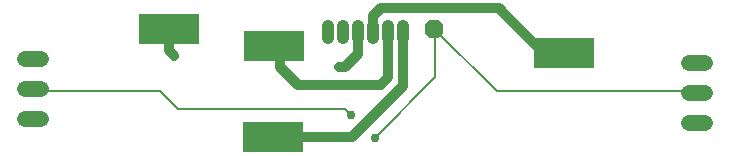
<source format=gbr>
G04 EAGLE Gerber RS-274X export*
G75*
%MOMM*%
%FSLAX34Y34*%
%LPD*%
%INTop Copper*%
%IPPOS*%
%AMOC8*
5,1,8,0,0,1.08239X$1,22.5*%
G01*
%ADD10C,1.008000*%
%ADD11P,1.732040X8X22.500000*%
%ADD12C,1.320800*%
%ADD13R,5.080000X2.540000*%
%ADD14C,0.152400*%
%ADD15C,0.756400*%
%ADD16C,0.812800*%


D10*
X349250Y134660D02*
X349250Y144740D01*
X336550Y144740D02*
X336550Y134660D01*
X323850Y134660D02*
X323850Y144740D01*
X311150Y144740D02*
X311150Y134660D01*
X298450Y134660D02*
X298450Y144740D01*
X285750Y144740D02*
X285750Y134660D01*
D11*
X375600Y142500D03*
D12*
X42304Y66000D02*
X29096Y66000D01*
X29096Y91400D02*
X42304Y91400D01*
X42304Y116800D02*
X29096Y116800D01*
X591496Y114000D02*
X604704Y114000D01*
X604704Y88600D02*
X591496Y88600D01*
X591496Y63200D02*
X604704Y63200D01*
D13*
X239500Y128300D03*
X238600Y50800D03*
X150600Y142600D03*
X485600Y121800D03*
D14*
X428244Y89916D02*
X597408Y89916D01*
X428244Y89916D02*
X376428Y141732D01*
X597408Y89916D02*
X598100Y88600D01*
X376428Y141732D02*
X375600Y142500D01*
X143256Y89916D02*
X36576Y89916D01*
X35700Y91400D01*
X300000Y75000D02*
X305000Y70000D01*
D15*
X305000Y70000D03*
X325000Y50000D03*
D14*
X376428Y101428D01*
X376428Y141732D01*
X158172Y75000D02*
X143256Y89916D01*
X158172Y75000D02*
X300000Y75000D01*
D16*
X311150Y121150D02*
X311150Y139700D01*
X311150Y121150D02*
X300000Y110000D01*
X295000Y110000D01*
D15*
X295000Y110000D03*
X155000Y120000D03*
D16*
X150600Y124400D02*
X150600Y138312D01*
X150600Y124400D02*
X155000Y120000D01*
X150600Y138312D02*
X150000Y138312D01*
D14*
X149352Y141732D02*
X150600Y142600D01*
X149352Y141732D02*
X150600Y138312D01*
D16*
X323850Y139700D02*
X323850Y153850D01*
X330000Y160000D01*
X430000Y160000D01*
X471688Y118312D01*
X485600Y118312D01*
D14*
X486156Y120396D02*
X485600Y121800D01*
X486156Y120396D02*
X485600Y118312D01*
D16*
X349250Y139700D02*
X349250Y94250D01*
X305800Y50800D02*
X238600Y50800D01*
X305800Y50800D02*
X349250Y94250D01*
X245000Y122800D02*
X239500Y128300D01*
X245000Y122800D02*
X245000Y110000D01*
X260000Y95000D01*
X330000Y95000D01*
X336550Y101550D01*
X336550Y139700D01*
M02*

</source>
